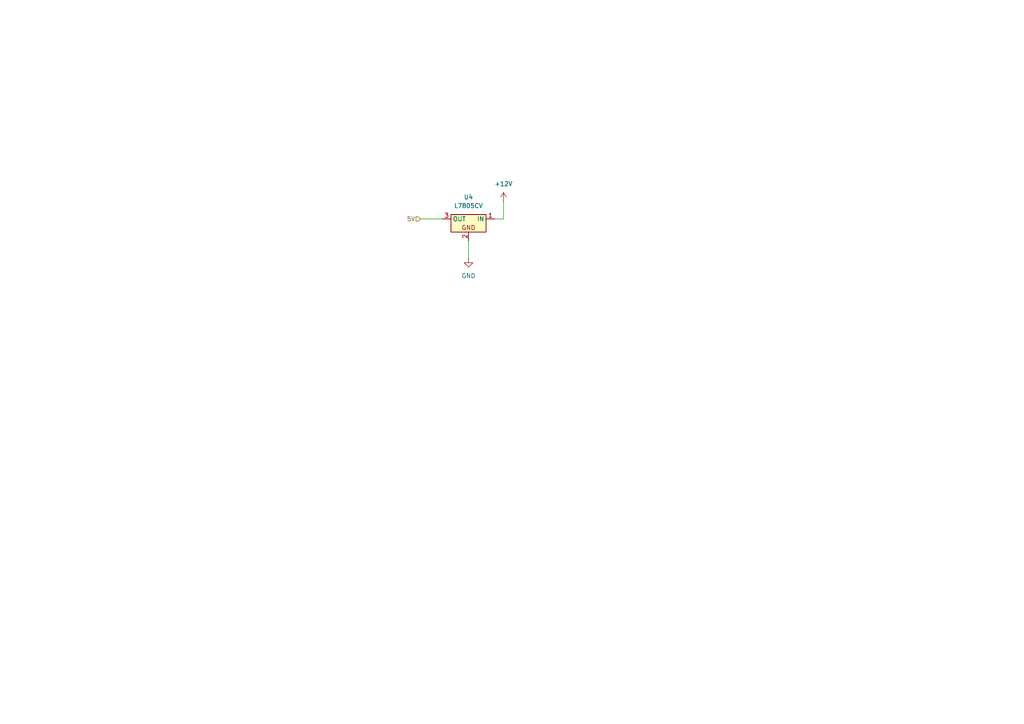
<source format=kicad_sch>
(kicad_sch
	(version 20250114)
	(generator "eeschema")
	(generator_version "9.0")
	(uuid "afe1ddef-afab-43cf-b417-2b51ad9f058b")
	(paper "A4")
	(lib_symbols
		(symbol "PCM_Voltage_Regulator_AKL:L7805CV"
			(exclude_from_sim no)
			(in_bom yes)
			(on_board yes)
			(property "Reference" "U"
				(at 0 6.35 0)
				(effects
					(font
						(size 1.27 1.27)
					)
				)
			)
			(property "Value" "L7805CV"
				(at 0 3.81 0)
				(effects
					(font
						(size 1.27 1.27)
					)
				)
			)
			(property "Footprint" "PCM_Package_TO_SOT_THT_AKL:TO-220-3_Vertical"
				(at 0 0 0)
				(effects
					(font
						(size 1.27 1.27)
					)
					(hide yes)
				)
			)
			(property "Datasheet" "https://www.tme.eu/Document/ca9f9ea733232dbf9060d5224849cc58/L78.pdf"
				(at 0 0 0)
				(effects
					(font
						(size 1.27 1.27)
					)
					(hide yes)
				)
			)
			(property "Description" "TO-220 5V 1.5A 3-terminal voltage regulator, Alternate KiCad Library"
				(at 0 0 0)
				(effects
					(font
						(size 1.27 1.27)
					)
					(hide yes)
				)
			)
			(property "ki_keywords" "7805 5V 1.5A voltage regulator vreg pmic power supply 3-terminal"
				(at 0 0 0)
				(effects
					(font
						(size 1.27 1.27)
					)
					(hide yes)
				)
			)
			(symbol "L7805CV_0_0"
				(rectangle
					(start -5.08 1.27)
					(end 5.08 -3.81)
					(stroke
						(width 0.254)
						(type default)
					)
					(fill
						(type background)
					)
				)
				(text "GND"
					(at 0 -2.54 0)
					(effects
						(font
							(size 1.27 1.27)
						)
					)
				)
			)
			(symbol "L7805CV_1_1"
				(pin power_in line
					(at -7.62 0 0)
					(length 2.54)
					(name "IN"
						(effects
							(font
								(size 1.27 1.27)
							)
						)
					)
					(number "1"
						(effects
							(font
								(size 1.27 1.27)
							)
						)
					)
				)
				(pin power_in line
					(at 0 -6.35 90)
					(length 2.54)
					(name "~"
						(effects
							(font
								(size 1.27 1.27)
							)
						)
					)
					(number "2"
						(effects
							(font
								(size 1.27 1.27)
							)
						)
					)
				)
				(pin power_out line
					(at 7.62 0 180)
					(length 2.54)
					(name "OUT"
						(effects
							(font
								(size 1.27 1.27)
							)
						)
					)
					(number "3"
						(effects
							(font
								(size 1.27 1.27)
							)
						)
					)
				)
			)
			(embedded_fonts no)
		)
		(symbol "power:+12V"
			(power)
			(pin_numbers
				(hide yes)
			)
			(pin_names
				(offset 0)
				(hide yes)
			)
			(exclude_from_sim no)
			(in_bom yes)
			(on_board yes)
			(property "Reference" "#PWR"
				(at 0 -3.81 0)
				(effects
					(font
						(size 1.27 1.27)
					)
					(hide yes)
				)
			)
			(property "Value" "+12V"
				(at 0 3.556 0)
				(effects
					(font
						(size 1.27 1.27)
					)
				)
			)
			(property "Footprint" ""
				(at 0 0 0)
				(effects
					(font
						(size 1.27 1.27)
					)
					(hide yes)
				)
			)
			(property "Datasheet" ""
				(at 0 0 0)
				(effects
					(font
						(size 1.27 1.27)
					)
					(hide yes)
				)
			)
			(property "Description" "Power symbol creates a global label with name \"+12V\""
				(at 0 0 0)
				(effects
					(font
						(size 1.27 1.27)
					)
					(hide yes)
				)
			)
			(property "ki_keywords" "global power"
				(at 0 0 0)
				(effects
					(font
						(size 1.27 1.27)
					)
					(hide yes)
				)
			)
			(symbol "+12V_0_1"
				(polyline
					(pts
						(xy -0.762 1.27) (xy 0 2.54)
					)
					(stroke
						(width 0)
						(type default)
					)
					(fill
						(type none)
					)
				)
				(polyline
					(pts
						(xy 0 2.54) (xy 0.762 1.27)
					)
					(stroke
						(width 0)
						(type default)
					)
					(fill
						(type none)
					)
				)
				(polyline
					(pts
						(xy 0 0) (xy 0 2.54)
					)
					(stroke
						(width 0)
						(type default)
					)
					(fill
						(type none)
					)
				)
			)
			(symbol "+12V_1_1"
				(pin power_in line
					(at 0 0 90)
					(length 0)
					(name "~"
						(effects
							(font
								(size 1.27 1.27)
							)
						)
					)
					(number "1"
						(effects
							(font
								(size 1.27 1.27)
							)
						)
					)
				)
			)
			(embedded_fonts no)
		)
		(symbol "power:GND"
			(power)
			(pin_numbers
				(hide yes)
			)
			(pin_names
				(offset 0)
				(hide yes)
			)
			(exclude_from_sim no)
			(in_bom yes)
			(on_board yes)
			(property "Reference" "#PWR"
				(at 0 -6.35 0)
				(effects
					(font
						(size 1.27 1.27)
					)
					(hide yes)
				)
			)
			(property "Value" "GND"
				(at 0 -3.81 0)
				(effects
					(font
						(size 1.27 1.27)
					)
				)
			)
			(property "Footprint" ""
				(at 0 0 0)
				(effects
					(font
						(size 1.27 1.27)
					)
					(hide yes)
				)
			)
			(property "Datasheet" ""
				(at 0 0 0)
				(effects
					(font
						(size 1.27 1.27)
					)
					(hide yes)
				)
			)
			(property "Description" "Power symbol creates a global label with name \"GND\" , ground"
				(at 0 0 0)
				(effects
					(font
						(size 1.27 1.27)
					)
					(hide yes)
				)
			)
			(property "ki_keywords" "global power"
				(at 0 0 0)
				(effects
					(font
						(size 1.27 1.27)
					)
					(hide yes)
				)
			)
			(symbol "GND_0_1"
				(polyline
					(pts
						(xy 0 0) (xy 0 -1.27) (xy 1.27 -1.27) (xy 0 -2.54) (xy -1.27 -1.27) (xy 0 -1.27)
					)
					(stroke
						(width 0)
						(type default)
					)
					(fill
						(type none)
					)
				)
			)
			(symbol "GND_1_1"
				(pin power_in line
					(at 0 0 270)
					(length 0)
					(name "~"
						(effects
							(font
								(size 1.27 1.27)
							)
						)
					)
					(number "1"
						(effects
							(font
								(size 1.27 1.27)
							)
						)
					)
				)
			)
			(embedded_fonts no)
		)
	)
	(wire
		(pts
			(xy 135.89 69.85) (xy 135.89 74.93)
		)
		(stroke
			(width 0)
			(type default)
		)
		(uuid "1eb094c7-b1b1-4211-a673-c9fbfa7abec9")
	)
	(wire
		(pts
			(xy 121.92 63.5) (xy 128.27 63.5)
		)
		(stroke
			(width 0)
			(type default)
		)
		(uuid "438ea3a7-2140-46a1-a352-87cced245292")
	)
	(wire
		(pts
			(xy 146.05 63.5) (xy 143.51 63.5)
		)
		(stroke
			(width 0)
			(type default)
		)
		(uuid "925487d0-f106-4c3d-8ebd-7262110aaeb3")
	)
	(wire
		(pts
			(xy 146.05 58.42) (xy 146.05 63.5)
		)
		(stroke
			(width 0)
			(type default)
		)
		(uuid "946218dd-56dc-4d49-9177-4e3b0215454a")
	)
	(hierarchical_label "5V"
		(shape input)
		(at 121.92 63.5 180)
		(effects
			(font
				(size 1.27 1.27)
			)
			(justify right)
		)
		(uuid "07c11bf0-f36a-407c-bf8a-f01372ae3342")
	)
	(symbol
		(lib_id "power:GND")
		(at 135.89 74.93 0)
		(mirror y)
		(unit 1)
		(exclude_from_sim no)
		(in_bom yes)
		(on_board yes)
		(dnp no)
		(fields_autoplaced yes)
		(uuid "0b11a3b0-2e5f-43cb-b9a8-6bc7999b4e7f")
		(property "Reference" "#PWR015"
			(at 135.89 81.28 0)
			(effects
				(font
					(size 1.27 1.27)
				)
				(hide yes)
			)
		)
		(property "Value" "GND"
			(at 135.89 80.01 0)
			(effects
				(font
					(size 1.27 1.27)
				)
			)
		)
		(property "Footprint" ""
			(at 135.89 74.93 0)
			(effects
				(font
					(size 1.27 1.27)
				)
				(hide yes)
			)
		)
		(property "Datasheet" ""
			(at 135.89 74.93 0)
			(effects
				(font
					(size 1.27 1.27)
				)
				(hide yes)
			)
		)
		(property "Description" "Power symbol creates a global label with name \"GND\" , ground"
			(at 135.89 74.93 0)
			(effects
				(font
					(size 1.27 1.27)
				)
				(hide yes)
			)
		)
		(pin "1"
			(uuid "b60375b5-1671-4eb7-8d79-f56783459876")
		)
		(instances
			(project "Mano"
				(path "/6a2a9fca-79fe-498d-bfd5-926b250faf65/280e6bf0-7e20-4f19-86d2-dbb487803ee9/838096d0-34ea-465a-a26a-8e77724b6abe"
					(reference "#PWR015")
					(unit 1)
				)
			)
		)
	)
	(symbol
		(lib_id "power:+12V")
		(at 146.05 58.42 0)
		(unit 1)
		(exclude_from_sim no)
		(in_bom yes)
		(on_board yes)
		(dnp no)
		(fields_autoplaced yes)
		(uuid "45cbd5aa-c22f-4c1f-9c96-e1c48a35f86b")
		(property "Reference" "#PWR016"
			(at 146.05 62.23 0)
			(effects
				(font
					(size 1.27 1.27)
				)
				(hide yes)
			)
		)
		(property "Value" "+12V"
			(at 146.05 53.34 0)
			(effects
				(font
					(size 1.27 1.27)
				)
			)
		)
		(property "Footprint" ""
			(at 146.05 58.42 0)
			(effects
				(font
					(size 1.27 1.27)
				)
				(hide yes)
			)
		)
		(property "Datasheet" ""
			(at 146.05 58.42 0)
			(effects
				(font
					(size 1.27 1.27)
				)
				(hide yes)
			)
		)
		(property "Description" "Power symbol creates a global label with name \"+12V\""
			(at 146.05 58.42 0)
			(effects
				(font
					(size 1.27 1.27)
				)
				(hide yes)
			)
		)
		(pin "1"
			(uuid "a39dc9e8-f803-46fa-b8f8-b154a3e0d23c")
		)
		(instances
			(project "Mano"
				(path "/6a2a9fca-79fe-498d-bfd5-926b250faf65/280e6bf0-7e20-4f19-86d2-dbb487803ee9/838096d0-34ea-465a-a26a-8e77724b6abe"
					(reference "#PWR016")
					(unit 1)
				)
			)
		)
	)
	(symbol
		(lib_id "PCM_Voltage_Regulator_AKL:L7805CV")
		(at 135.89 63.5 0)
		(mirror y)
		(unit 1)
		(exclude_from_sim no)
		(in_bom yes)
		(on_board yes)
		(dnp no)
		(uuid "d5d0abb6-4bde-4c2b-afa3-ab8886225412")
		(property "Reference" "U4"
			(at 135.89 57.15 0)
			(effects
				(font
					(size 1.27 1.27)
				)
			)
		)
		(property "Value" "L7805CV"
			(at 135.89 59.69 0)
			(effects
				(font
					(size 1.27 1.27)
				)
			)
		)
		(property "Footprint" "PCM_Package_TO_SOT_THT_AKL:TO-220-3_Vertical"
			(at 135.89 63.5 0)
			(effects
				(font
					(size 1.27 1.27)
				)
				(hide yes)
			)
		)
		(property "Datasheet" "https://www.tme.eu/Document/ca9f9ea733232dbf9060d5224849cc58/L78.pdf"
			(at 135.89 63.5 0)
			(effects
				(font
					(size 1.27 1.27)
				)
				(hide yes)
			)
		)
		(property "Description" "TO-220 5V 1.5A 3-terminal voltage regulator, Alternate KiCad Library"
			(at 135.89 63.5 0)
			(effects
				(font
					(size 1.27 1.27)
				)
				(hide yes)
			)
		)
		(pin "3"
			(uuid "90ca5390-0e7d-466b-b9e8-ea50ee2a9d57")
		)
		(pin "1"
			(uuid "d45ffa03-9098-4394-b2c6-b1db47b12c57")
		)
		(pin "2"
			(uuid "30d247fe-323a-46a0-beb1-315588430767")
		)
		(instances
			(project "Mano"
				(path "/6a2a9fca-79fe-498d-bfd5-926b250faf65/280e6bf0-7e20-4f19-86d2-dbb487803ee9/838096d0-34ea-465a-a26a-8e77724b6abe"
					(reference "U4")
					(unit 1)
				)
			)
		)
	)
)

</source>
